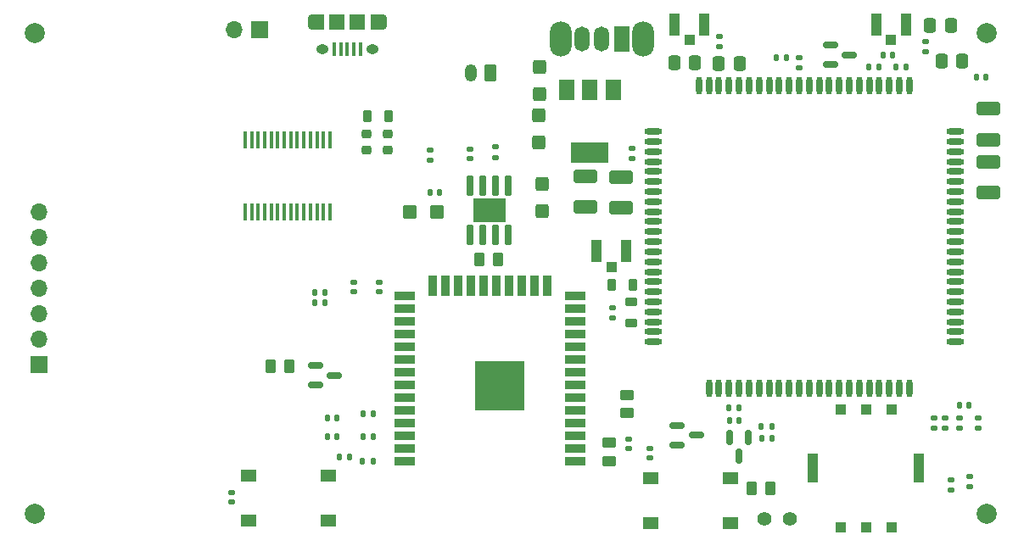
<source format=gts>
G04 #@! TF.GenerationSoftware,KiCad,Pcbnew,(6.0.1-0)*
G04 #@! TF.CreationDate,2023-01-13T10:30:12+06:00*
G04 #@! TF.ProjectId,ESP_GSM,4553505f-4753-44d2-9e6b-696361645f70,rev?*
G04 #@! TF.SameCoordinates,Original*
G04 #@! TF.FileFunction,Soldermask,Top*
G04 #@! TF.FilePolarity,Negative*
%FSLAX46Y46*%
G04 Gerber Fmt 4.6, Leading zero omitted, Abs format (unit mm)*
G04 Created by KiCad (PCBNEW (6.0.1-0)) date 2023-01-13 10:30:12*
%MOMM*%
%LPD*%
G01*
G04 APERTURE LIST*
G04 Aperture macros list*
%AMRoundRect*
0 Rectangle with rounded corners*
0 $1 Rounding radius*
0 $2 $3 $4 $5 $6 $7 $8 $9 X,Y pos of 4 corners*
0 Add a 4 corners polygon primitive as box body*
4,1,4,$2,$3,$4,$5,$6,$7,$8,$9,$2,$3,0*
0 Add four circle primitives for the rounded corners*
1,1,$1+$1,$2,$3*
1,1,$1+$1,$4,$5*
1,1,$1+$1,$6,$7*
1,1,$1+$1,$8,$9*
0 Add four rect primitives between the rounded corners*
20,1,$1+$1,$2,$3,$4,$5,0*
20,1,$1+$1,$4,$5,$6,$7,0*
20,1,$1+$1,$6,$7,$8,$9,0*
20,1,$1+$1,$8,$9,$2,$3,0*%
G04 Aperture macros list end*
%ADD10RoundRect,0.135000X-0.185000X0.135000X-0.185000X-0.135000X0.185000X-0.135000X0.185000X0.135000X0*%
%ADD11R,1.500000X2.000000*%
%ADD12R,3.800000X2.000000*%
%ADD13RoundRect,0.250000X-0.262500X-0.450000X0.262500X-0.450000X0.262500X0.450000X-0.262500X0.450000X0*%
%ADD14O,0.600000X1.800000*%
%ADD15O,1.800000X0.600000*%
%ADD16R,1.100000X2.250000*%
%ADD17R,1.050000X1.100000*%
%ADD18RoundRect,0.135000X0.135000X0.185000X-0.135000X0.185000X-0.135000X-0.185000X0.135000X-0.185000X0*%
%ADD19RoundRect,0.250000X-0.925000X0.412500X-0.925000X-0.412500X0.925000X-0.412500X0.925000X0.412500X0*%
%ADD20C,2.000000*%
%ADD21RoundRect,0.140000X-0.170000X0.140000X-0.170000X-0.140000X0.170000X-0.140000X0.170000X0.140000X0*%
%ADD22RoundRect,0.140000X-0.140000X-0.170000X0.140000X-0.170000X0.140000X0.170000X-0.140000X0.170000X0*%
%ADD23RoundRect,0.135000X-0.135000X-0.185000X0.135000X-0.185000X0.135000X0.185000X-0.135000X0.185000X0*%
%ADD24RoundRect,0.250000X-0.450000X0.262500X-0.450000X-0.262500X0.450000X-0.262500X0.450000X0.262500X0*%
%ADD25RoundRect,0.218750X0.381250X-0.218750X0.381250X0.218750X-0.381250X0.218750X-0.381250X-0.218750X0*%
%ADD26R,0.400000X1.350000*%
%ADD27O,0.890000X1.550000*%
%ADD28R,1.500000X1.550000*%
%ADD29R,1.200000X1.550000*%
%ADD30O,1.250000X0.950000*%
%ADD31RoundRect,0.147500X-0.172500X0.147500X-0.172500X-0.147500X0.172500X-0.147500X0.172500X0.147500X0*%
%ADD32RoundRect,0.140000X0.170000X-0.140000X0.170000X0.140000X-0.170000X0.140000X-0.170000X-0.140000X0*%
%ADD33R,1.000000X1.100000*%
%ADD34R,1.000000X3.000000*%
%ADD35R,1.700000X1.700000*%
%ADD36O,1.700000X1.700000*%
%ADD37RoundRect,0.150000X-0.587500X-0.150000X0.587500X-0.150000X0.587500X0.150000X-0.587500X0.150000X0*%
%ADD38RoundRect,0.250000X-0.337500X-0.475000X0.337500X-0.475000X0.337500X0.475000X-0.337500X0.475000X0*%
%ADD39RoundRect,0.147500X-0.147500X-0.172500X0.147500X-0.172500X0.147500X0.172500X-0.147500X0.172500X0*%
%ADD40RoundRect,0.250000X0.925000X-0.412500X0.925000X0.412500X-0.925000X0.412500X-0.925000X-0.412500X0*%
%ADD41RoundRect,0.250000X-0.425000X0.450000X-0.425000X-0.450000X0.425000X-0.450000X0.425000X0.450000X0*%
%ADD42RoundRect,0.250000X0.262500X0.450000X-0.262500X0.450000X-0.262500X-0.450000X0.262500X-0.450000X0*%
%ADD43R,0.450000X1.750000*%
%ADD44R,1.550000X1.300000*%
%ADD45RoundRect,0.225000X-0.250000X0.225000X-0.250000X-0.225000X0.250000X-0.225000X0.250000X0.225000X0*%
%ADD46RoundRect,0.250000X0.450000X0.425000X-0.450000X0.425000X-0.450000X-0.425000X0.450000X-0.425000X0*%
%ADD47RoundRect,0.218750X-0.218750X-0.381250X0.218750X-0.381250X0.218750X0.381250X-0.218750X0.381250X0*%
%ADD48RoundRect,0.150000X-0.150000X0.587500X-0.150000X-0.587500X0.150000X-0.587500X0.150000X0.587500X0*%
%ADD49RoundRect,0.250000X0.425000X-0.450000X0.425000X0.450000X-0.425000X0.450000X-0.425000X-0.450000X0*%
%ADD50O,2.200000X3.500000*%
%ADD51R,1.500000X2.500000*%
%ADD52O,1.500000X2.500000*%
%ADD53RoundRect,0.250000X0.450000X-0.262500X0.450000X0.262500X-0.450000X0.262500X-0.450000X-0.262500X0*%
%ADD54R,2.000000X0.900000*%
%ADD55R,0.900000X2.000000*%
%ADD56R,5.000000X5.000000*%
%ADD57RoundRect,0.147500X0.147500X0.172500X-0.147500X0.172500X-0.147500X-0.172500X0.147500X-0.172500X0*%
%ADD58RoundRect,0.250000X0.337500X0.475000X-0.337500X0.475000X-0.337500X-0.475000X0.337500X-0.475000X0*%
%ADD59RoundRect,0.042000X0.258000X-0.943000X0.258000X0.943000X-0.258000X0.943000X-0.258000X-0.943000X0*%
%ADD60R,3.302000X2.413000*%
%ADD61C,1.400000*%
%ADD62RoundRect,0.250000X0.350000X0.625000X-0.350000X0.625000X-0.350000X-0.625000X0.350000X-0.625000X0*%
%ADD63O,1.200000X1.750000*%
%ADD64RoundRect,0.135000X0.185000X-0.135000X0.185000X0.135000X-0.185000X0.135000X-0.185000X-0.135000X0*%
G04 APERTURE END LIST*
D10*
X138840000Y-47010000D03*
X138840000Y-48030000D03*
D11*
X120240000Y-50180000D03*
D12*
X117940000Y-56480000D03*
D11*
X117940000Y-50180000D03*
X115640000Y-50180000D03*
D13*
X86087500Y-77800000D03*
X87912500Y-77800000D03*
D14*
X129820000Y-79960000D03*
X130820000Y-79960000D03*
X131820000Y-79960000D03*
X132820000Y-79960000D03*
X133820000Y-79960000D03*
X134820000Y-79960000D03*
X135820000Y-79960000D03*
X136820000Y-79960000D03*
X137820000Y-79960000D03*
X138820000Y-79960000D03*
X139820000Y-79960000D03*
X140820000Y-79960000D03*
X141820000Y-79960000D03*
X142820000Y-79960000D03*
X143820000Y-79960000D03*
X144820000Y-79960000D03*
X145820000Y-79960000D03*
X146820000Y-79960000D03*
X147820000Y-79960000D03*
X148820000Y-79960000D03*
D15*
X154420000Y-74360000D03*
X154420000Y-73360000D03*
X154420000Y-72360000D03*
X154420000Y-71360000D03*
X154420000Y-70360000D03*
X154420000Y-69360000D03*
X154420000Y-68360000D03*
X154420000Y-67360000D03*
X154420000Y-66360000D03*
X154420000Y-65360000D03*
X154420000Y-64360000D03*
X154420000Y-63360000D03*
X154420000Y-62360000D03*
X154420000Y-61360000D03*
X154420000Y-60360000D03*
X154420000Y-59360000D03*
X154420000Y-58360000D03*
X154420000Y-57360000D03*
X154420000Y-56360000D03*
X154420000Y-55360000D03*
D14*
X148820000Y-49760000D03*
X147820000Y-49760000D03*
X146820000Y-49760000D03*
X145820000Y-49760000D03*
X144820000Y-49760000D03*
X143820000Y-49760000D03*
X142820000Y-49760000D03*
X141820000Y-49760000D03*
X140820000Y-49760000D03*
X139820000Y-49760000D03*
X138820000Y-49760000D03*
X137820000Y-49760000D03*
X136820000Y-49760000D03*
X135820000Y-49760000D03*
X134820000Y-49760000D03*
X133820000Y-49760000D03*
X132820000Y-49760000D03*
X131820000Y-49760000D03*
X130820000Y-49760000D03*
X129820000Y-49760000D03*
D15*
X124220000Y-55360000D03*
X124220000Y-56360000D03*
X124220000Y-57360000D03*
X124220000Y-58360000D03*
X124220000Y-59360000D03*
X124220000Y-60360000D03*
X124220000Y-61360000D03*
X124220000Y-62360000D03*
X124220000Y-63360000D03*
X124220000Y-64360000D03*
X124220000Y-65360000D03*
X124220000Y-66360000D03*
X124220000Y-67360000D03*
X124220000Y-68360000D03*
X124220000Y-69360000D03*
X124220000Y-70360000D03*
X124220000Y-71360000D03*
X124220000Y-72360000D03*
X124220000Y-73360000D03*
X124220000Y-74360000D03*
D14*
X149820000Y-79960000D03*
X149820000Y-49760000D03*
D15*
X154420000Y-54360000D03*
X154420000Y-75360000D03*
D14*
X128820000Y-49760000D03*
D15*
X124220000Y-75360000D03*
X124220000Y-54360000D03*
D10*
X152260000Y-82970000D03*
X152260000Y-83990000D03*
D16*
X126395000Y-43690000D03*
X129345000Y-43690000D03*
D17*
X127870000Y-45240000D03*
D18*
X96280000Y-87260000D03*
X95260000Y-87260000D03*
D19*
X157690000Y-57385000D03*
X157690000Y-60460000D03*
D20*
X62500000Y-44500000D03*
D10*
X154800000Y-82940000D03*
X154800000Y-83960000D03*
D21*
X121800000Y-85090000D03*
X121800000Y-86050000D03*
D20*
X157510000Y-92490000D03*
D22*
X131830000Y-81950000D03*
X132790000Y-81950000D03*
D23*
X136520000Y-47020000D03*
X137540000Y-47020000D03*
D20*
X157500000Y-44500000D03*
D24*
X121610000Y-80647500D03*
X121610000Y-82472500D03*
D10*
X155870000Y-88820000D03*
X155870000Y-89840000D03*
D25*
X122060000Y-73472500D03*
X122060000Y-71347500D03*
D18*
X96350000Y-84810000D03*
X95330000Y-84810000D03*
D26*
X95020000Y-46155000D03*
X94370000Y-46155000D03*
X93720000Y-46155000D03*
X93070000Y-46155000D03*
X92420000Y-46155000D03*
D27*
X97220000Y-43455000D03*
D28*
X92720000Y-43455000D03*
D29*
X96620000Y-43455000D03*
D30*
X96220000Y-46155000D03*
D28*
X94720000Y-43455000D03*
D30*
X91220000Y-46155000D03*
D27*
X90220000Y-43455000D03*
D29*
X90820000Y-43455000D03*
D31*
X94400000Y-69415000D03*
X94400000Y-70385000D03*
D32*
X82200000Y-91380000D03*
X82200000Y-90420000D03*
D33*
X148040000Y-93900000D03*
X145500000Y-93900000D03*
X142960000Y-93900000D03*
D34*
X150800000Y-88000000D03*
D33*
X148040000Y-82100000D03*
X145500000Y-82100000D03*
X142960000Y-82100000D03*
D34*
X140200000Y-88000000D03*
D35*
X63000000Y-77600000D03*
D36*
X63000000Y-75060000D03*
X63000000Y-72520000D03*
X63000000Y-69980000D03*
X63000000Y-67440000D03*
X63000000Y-64900000D03*
X63000000Y-62360000D03*
D10*
X153950000Y-89180000D03*
X153950000Y-90200000D03*
D31*
X96900000Y-69415000D03*
X96900000Y-70385000D03*
D10*
X153350000Y-82970000D03*
X153350000Y-83990000D03*
D37*
X141962500Y-45740000D03*
X141962500Y-47640000D03*
X143837500Y-46690000D03*
D38*
X151882500Y-43770000D03*
X153957500Y-43770000D03*
D37*
X126662500Y-83750000D03*
X126662500Y-85650000D03*
X128537500Y-84700000D03*
D20*
X62500000Y-92500000D03*
D39*
X92962500Y-86880000D03*
X93932500Y-86880000D03*
D13*
X134087500Y-90000000D03*
X135912500Y-90000000D03*
D19*
X121050000Y-58885000D03*
X121050000Y-61960000D03*
D40*
X157690000Y-55155000D03*
X157690000Y-52080000D03*
D41*
X113195000Y-59587500D03*
X113195000Y-62287500D03*
D18*
X149500000Y-47940000D03*
X148480000Y-47940000D03*
D42*
X108752500Y-67105000D03*
X106927500Y-67105000D03*
D37*
X90562500Y-77750000D03*
X90562500Y-79650000D03*
X92437500Y-78700000D03*
D43*
X91990000Y-55215000D03*
X91340000Y-55215000D03*
X90690000Y-55215000D03*
X90040000Y-55215000D03*
X89390000Y-55215000D03*
X88740000Y-55215000D03*
X88090000Y-55215000D03*
X87440000Y-55215000D03*
X86790000Y-55215000D03*
X86140000Y-55215000D03*
X85490000Y-55215000D03*
X84840000Y-55215000D03*
X84190000Y-55215000D03*
X83540000Y-55215000D03*
X83540000Y-62415000D03*
X84190000Y-62415000D03*
X84840000Y-62415000D03*
X85490000Y-62415000D03*
X86140000Y-62415000D03*
X86790000Y-62415000D03*
X87440000Y-62415000D03*
X88090000Y-62415000D03*
X88740000Y-62415000D03*
X89390000Y-62415000D03*
X90040000Y-62415000D03*
X90690000Y-62415000D03*
X91340000Y-62415000D03*
X91990000Y-62415000D03*
D44*
X83904000Y-88682000D03*
X91864000Y-88682000D03*
X83904000Y-93182000D03*
X91864000Y-93182000D03*
D10*
X151470000Y-45340000D03*
X151470000Y-46360000D03*
D22*
X154790000Y-81720000D03*
X155750000Y-81720000D03*
D31*
X105940000Y-56085000D03*
X105940000Y-57055000D03*
D45*
X95665000Y-54640000D03*
X95665000Y-56190000D03*
D46*
X102690000Y-62370000D03*
X99990000Y-62370000D03*
D47*
X95702500Y-52815000D03*
X97827500Y-52815000D03*
X120077500Y-69670000D03*
X122202500Y-69670000D03*
D35*
X85010000Y-44150000D03*
D36*
X82470000Y-44150000D03*
D39*
X101972500Y-60470000D03*
X102942500Y-60470000D03*
D23*
X90480000Y-71450000D03*
X91500000Y-71450000D03*
D48*
X133740000Y-84922500D03*
X131840000Y-84922500D03*
X132790000Y-86797500D03*
D39*
X91715000Y-83000000D03*
X92685000Y-83000000D03*
D16*
X146525000Y-43640000D03*
X149475000Y-43640000D03*
D17*
X148000000Y-45190000D03*
D49*
X112860000Y-55427500D03*
X112860000Y-52727500D03*
D16*
X118595000Y-66310000D03*
X121545000Y-66310000D03*
D17*
X120070000Y-67860000D03*
D50*
X123230000Y-45092500D03*
X115030000Y-45092500D03*
D51*
X121130000Y-45092500D03*
D52*
X119130000Y-45092500D03*
X117130000Y-45092500D03*
D10*
X130840000Y-44880000D03*
X130840000Y-45900000D03*
D39*
X91715000Y-84800000D03*
X92685000Y-84800000D03*
D44*
X124020000Y-88950000D03*
X131980000Y-88950000D03*
X124020000Y-93450000D03*
X131980000Y-93450000D03*
D21*
X123900000Y-86000000D03*
X123900000Y-86960000D03*
D53*
X119888000Y-87272500D03*
X119888000Y-85447500D03*
D54*
X116450000Y-87249000D03*
X116450000Y-85979000D03*
X116450000Y-84709000D03*
X116450000Y-83439000D03*
X116450000Y-82169000D03*
X116450000Y-80899000D03*
X116450000Y-79629000D03*
X116450000Y-78359000D03*
X116450000Y-77089000D03*
X116450000Y-75819000D03*
X116450000Y-74549000D03*
X116450000Y-73279000D03*
X116450000Y-72009000D03*
X116450000Y-70739000D03*
D55*
X113665000Y-69739000D03*
X112395000Y-69739000D03*
X111125000Y-69739000D03*
X109855000Y-69739000D03*
X108585000Y-69739000D03*
X107315000Y-69739000D03*
X106045000Y-69739000D03*
X104775000Y-69739000D03*
X103505000Y-69739000D03*
X102235000Y-69739000D03*
D54*
X99450000Y-70739000D03*
X99450000Y-72009000D03*
X99450000Y-73279000D03*
X99450000Y-74549000D03*
X99450000Y-75819000D03*
X99450000Y-77089000D03*
X99450000Y-78359000D03*
X99450000Y-79629000D03*
X99450000Y-80899000D03*
X99450000Y-82169000D03*
X99450000Y-83439000D03*
X99450000Y-84709000D03*
X99450000Y-85979000D03*
X99450000Y-87249000D03*
D56*
X108950000Y-79749000D03*
D57*
X148175000Y-46690000D03*
X147205000Y-46690000D03*
D39*
X131855000Y-83240000D03*
X132825000Y-83240000D03*
D10*
X156650000Y-82950000D03*
X156650000Y-83970000D03*
D19*
X117510000Y-58845000D03*
X117510000Y-61920000D03*
D45*
X97765000Y-54640000D03*
X97765000Y-56190000D03*
D41*
X112950000Y-47912500D03*
X112950000Y-50612500D03*
D38*
X130782500Y-47560000D03*
X132857500Y-47560000D03*
D18*
X96320000Y-82560000D03*
X95300000Y-82560000D03*
D23*
X135050000Y-83840000D03*
X136070000Y-83840000D03*
D58*
X128430000Y-47480000D03*
X126355000Y-47480000D03*
D32*
X122170000Y-57040000D03*
X122170000Y-56080000D03*
D59*
X105985000Y-64695000D03*
X107255000Y-64695000D03*
X108525000Y-64695000D03*
X109795000Y-64695000D03*
X109795000Y-59745000D03*
X108525000Y-59745000D03*
X107255000Y-59745000D03*
X105985000Y-59745000D03*
D60*
X107890000Y-62220000D03*
D38*
X153042500Y-47360000D03*
X155117500Y-47360000D03*
D10*
X120220000Y-71980000D03*
X120220000Y-73000000D03*
D39*
X145772500Y-47950000D03*
X146742500Y-47950000D03*
D10*
X101990000Y-56210000D03*
X101990000Y-57230000D03*
D22*
X156480000Y-48940000D03*
X157440000Y-48940000D03*
D23*
X90460000Y-70410000D03*
X91480000Y-70410000D03*
D61*
X135330000Y-93010000D03*
X137870000Y-93010000D03*
D18*
X136080000Y-84970000D03*
X135060000Y-84970000D03*
D62*
X108040000Y-48520000D03*
D63*
X106040000Y-48520000D03*
D64*
X108540000Y-56930000D03*
X108540000Y-55910000D03*
M02*

</source>
